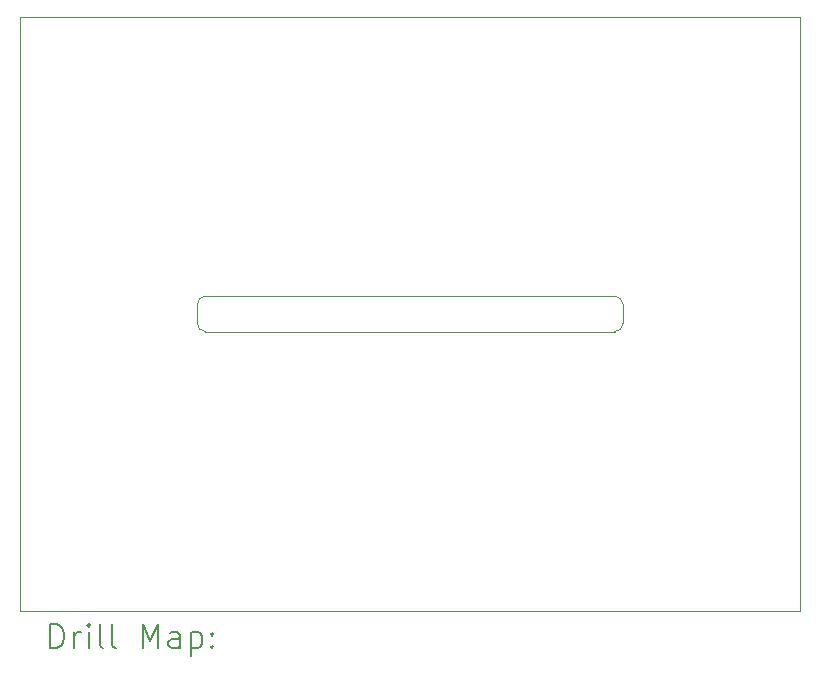
<source format=gbr>
%TF.GenerationSoftware,KiCad,Pcbnew,7.0.9*%
%TF.CreationDate,2024-10-07T22:18:31-04:00*%
%TF.ProjectId,ESP32_VP,45535033-325f-4565-902e-6b696361645f,rev?*%
%TF.SameCoordinates,Original*%
%TF.FileFunction,Drillmap*%
%TF.FilePolarity,Positive*%
%FSLAX45Y45*%
G04 Gerber Fmt 4.5, Leading zero omitted, Abs format (unit mm)*
G04 Created by KiCad (PCBNEW 7.0.9) date 2024-10-07 22:18:31*
%MOMM*%
%LPD*%
G01*
G04 APERTURE LIST*
%ADD10C,0.100000*%
%ADD11C,0.050000*%
%ADD12C,0.200000*%
G04 APERTURE END LIST*
D10*
X6350000Y-8740140D02*
X12954000Y-8740140D01*
X12954000Y-13766800D01*
X6350000Y-13766800D01*
X6350000Y-8740140D01*
D11*
X11385420Y-11104880D02*
X7918580Y-11104880D01*
X11454000Y-11173460D02*
G75*
G03*
X11385420Y-11104880I-68580J0D01*
G01*
X7918580Y-11104880D02*
G75*
G03*
X7850000Y-11173460I0J-68580D01*
G01*
X7918580Y-11405000D02*
X11385420Y-11404580D01*
X7850000Y-11173460D02*
X7850000Y-11336420D01*
X11454000Y-11336000D02*
X11454000Y-11173460D01*
X11385420Y-11404580D02*
G75*
G03*
X11454000Y-11336000I0J68580D01*
G01*
X7850000Y-11336420D02*
G75*
G03*
X7918580Y-11405000I68580J0D01*
G01*
D12*
X6605777Y-14083284D02*
X6605777Y-13883284D01*
X6605777Y-13883284D02*
X6653396Y-13883284D01*
X6653396Y-13883284D02*
X6681967Y-13892808D01*
X6681967Y-13892808D02*
X6701015Y-13911855D01*
X6701015Y-13911855D02*
X6710539Y-13930903D01*
X6710539Y-13930903D02*
X6720062Y-13968998D01*
X6720062Y-13968998D02*
X6720062Y-13997569D01*
X6720062Y-13997569D02*
X6710539Y-14035665D01*
X6710539Y-14035665D02*
X6701015Y-14054712D01*
X6701015Y-14054712D02*
X6681967Y-14073760D01*
X6681967Y-14073760D02*
X6653396Y-14083284D01*
X6653396Y-14083284D02*
X6605777Y-14083284D01*
X6805777Y-14083284D02*
X6805777Y-13949950D01*
X6805777Y-13988046D02*
X6815301Y-13968998D01*
X6815301Y-13968998D02*
X6824824Y-13959474D01*
X6824824Y-13959474D02*
X6843872Y-13949950D01*
X6843872Y-13949950D02*
X6862920Y-13949950D01*
X6929586Y-14083284D02*
X6929586Y-13949950D01*
X6929586Y-13883284D02*
X6920062Y-13892808D01*
X6920062Y-13892808D02*
X6929586Y-13902331D01*
X6929586Y-13902331D02*
X6939110Y-13892808D01*
X6939110Y-13892808D02*
X6929586Y-13883284D01*
X6929586Y-13883284D02*
X6929586Y-13902331D01*
X7053396Y-14083284D02*
X7034348Y-14073760D01*
X7034348Y-14073760D02*
X7024824Y-14054712D01*
X7024824Y-14054712D02*
X7024824Y-13883284D01*
X7158158Y-14083284D02*
X7139110Y-14073760D01*
X7139110Y-14073760D02*
X7129586Y-14054712D01*
X7129586Y-14054712D02*
X7129586Y-13883284D01*
X7386729Y-14083284D02*
X7386729Y-13883284D01*
X7386729Y-13883284D02*
X7453396Y-14026141D01*
X7453396Y-14026141D02*
X7520062Y-13883284D01*
X7520062Y-13883284D02*
X7520062Y-14083284D01*
X7701015Y-14083284D02*
X7701015Y-13978522D01*
X7701015Y-13978522D02*
X7691491Y-13959474D01*
X7691491Y-13959474D02*
X7672443Y-13949950D01*
X7672443Y-13949950D02*
X7634348Y-13949950D01*
X7634348Y-13949950D02*
X7615301Y-13959474D01*
X7701015Y-14073760D02*
X7681967Y-14083284D01*
X7681967Y-14083284D02*
X7634348Y-14083284D01*
X7634348Y-14083284D02*
X7615301Y-14073760D01*
X7615301Y-14073760D02*
X7605777Y-14054712D01*
X7605777Y-14054712D02*
X7605777Y-14035665D01*
X7605777Y-14035665D02*
X7615301Y-14016617D01*
X7615301Y-14016617D02*
X7634348Y-14007093D01*
X7634348Y-14007093D02*
X7681967Y-14007093D01*
X7681967Y-14007093D02*
X7701015Y-13997569D01*
X7796253Y-13949950D02*
X7796253Y-14149950D01*
X7796253Y-13959474D02*
X7815301Y-13949950D01*
X7815301Y-13949950D02*
X7853396Y-13949950D01*
X7853396Y-13949950D02*
X7872443Y-13959474D01*
X7872443Y-13959474D02*
X7881967Y-13968998D01*
X7881967Y-13968998D02*
X7891491Y-13988046D01*
X7891491Y-13988046D02*
X7891491Y-14045188D01*
X7891491Y-14045188D02*
X7881967Y-14064236D01*
X7881967Y-14064236D02*
X7872443Y-14073760D01*
X7872443Y-14073760D02*
X7853396Y-14083284D01*
X7853396Y-14083284D02*
X7815301Y-14083284D01*
X7815301Y-14083284D02*
X7796253Y-14073760D01*
X7977205Y-14064236D02*
X7986729Y-14073760D01*
X7986729Y-14073760D02*
X7977205Y-14083284D01*
X7977205Y-14083284D02*
X7967682Y-14073760D01*
X7967682Y-14073760D02*
X7977205Y-14064236D01*
X7977205Y-14064236D02*
X7977205Y-14083284D01*
X7977205Y-13959474D02*
X7986729Y-13968998D01*
X7986729Y-13968998D02*
X7977205Y-13978522D01*
X7977205Y-13978522D02*
X7967682Y-13968998D01*
X7967682Y-13968998D02*
X7977205Y-13959474D01*
X7977205Y-13959474D02*
X7977205Y-13978522D01*
M02*

</source>
